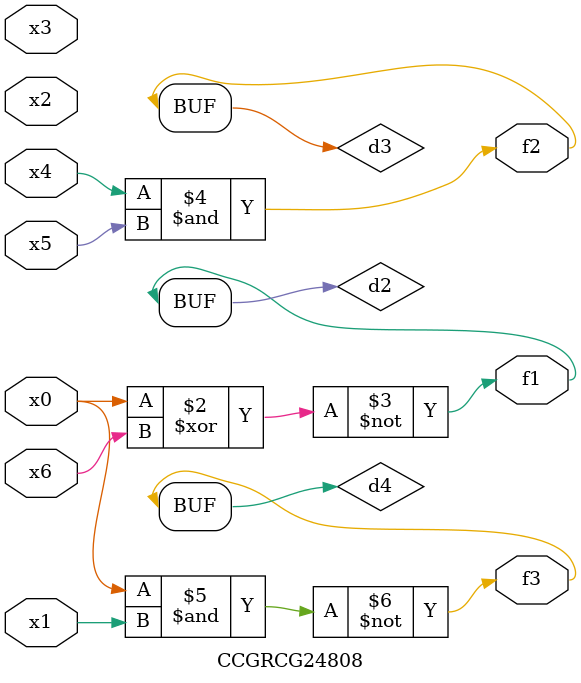
<source format=v>
module CCGRCG24808(
	input x0, x1, x2, x3, x4, x5, x6,
	output f1, f2, f3
);

	wire d1, d2, d3, d4;

	nor (d1, x0);
	xnor (d2, x0, x6);
	and (d3, x4, x5);
	nand (d4, x0, x1);
	assign f1 = d2;
	assign f2 = d3;
	assign f3 = d4;
endmodule

</source>
